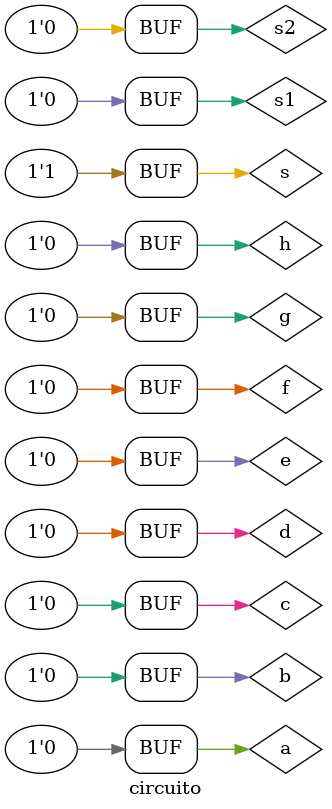
<source format=v>
module orgate ( output s1,  input p,input q,input r,input t);
  assign s = p | q | r | t;
endmodule // orgate 
// --------------------- 
// -- and gate 
// ---------------------         
module andgate ( output s2,   input p,input q,input r,input t);
  assign s = (p & q & r & t);
endmodule // andgate 
// -------------------
// -- nor gate
// -------------------
module norgate(output s, input p,input q);
  assign s = ~(~(p|q)); 
endmodule // norgate

module circuito;
// ------------------------- dados locais 
  reg a, b, c, d, e, f, g, h; // definir registradores 
  wire s; // definir conexao (fio) 
// ------------------------- instancia 
  or OR1 (s1, a, b, c, d); 
  and AND1 (s2, e, f, g, h);
  nor NOR1 (s, s1, s2);  
// ------------------------- preparacao 
  initial begin:start
    a=0; b=0; c=0; d=0; e=0; f=0; g=0; h=0; 
  end 
// ------------------------- parte principal 
  initial begin:main
    $display("extra 01-  Fernando Silva - 414506"); 
    $display("Test circuito gate"); 
 $display("\na b c d e f g h = s\n");
	$monitor("%b %b %b %b %b %b %b %b = %b",a,b,c,d,e,f,g,h,s);
   #1 a=0; b=0; c=0; d=0; e=0; f=0; g=0; h=0;
  end 
endmodule // circuito
</source>
